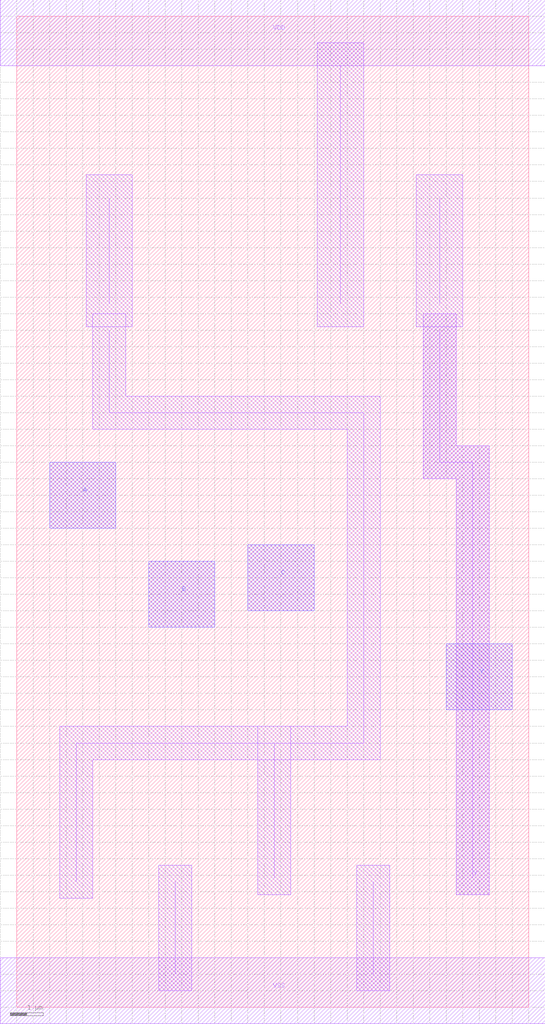
<source format=lef>
VERSION 5.5 ;
NAMESCASESENSITIVE ON ;
BUSBITCHARS "[]" ;
DIVIDERCHAR "/" ;

MACRO or31
  CLASS CORE ;
  SOURCE USER ;
  ORIGIN 0 0 ;
  SIZE 15.500 BY 30.000 ;
  SYMMETRY X Y ;
  SITE unit ;
 
  PIN A
    USE SIGNAL ;
    PORT
      LAYER ML1 ;
        POLYGON 1.000 14.500  1.000 16.500  3.000 16.500  3.000 14.500  1.000 
        14.500  ;
    END
    PORT
      LAYER ML2 ;
        POLYGON 1.000 14.500  1.000 16.500  3.000 16.500  3.000 14.500  1.000 
        14.500  ;
    END
  END A
  PIN B
    USE SIGNAL ;
    PORT
      LAYER ML2 ;
        POLYGON 4.000 11.500  4.000 13.500  6.000 13.500  6.000 11.500  4.000 
        11.500  ;
    END
    PORT
      LAYER ML1 ;
        POLYGON 4.000 11.500  4.000 13.500  6.000 13.500  6.000 11.500  4.000 
        11.500  ;
    END
  END B
  PIN C
    USE SIGNAL ;
    PORT
      LAYER ML1 ;
        POLYGON 7.000 12.000  7.000 14.000  9.000 14.000  9.000 12.000  7.000 
        12.000  ;
    END
    PORT
      LAYER ML2 ;
        POLYGON 7.000 12.000  7.000 14.000  9.000 14.000  9.000 12.000  7.000 
        12.000  ;
    END
  END C
  PIN VDD
    USE POWER ;
    PORT
      LAYER ML1 ;
        RECT -0.500 28.500  16.000 30.500  ;
    END
  END VDD
  PIN VSS
    USE GROUND ;
    PORT
      LAYER ML1 ;
        RECT -0.500 -0.500  16.000 1.500  ;
    END
  END VSS
  PIN Y
    USE SIGNAL ;
    PORT
      LAYER ML2 ;
        RECT 13.000 9.000  15.000 11.000  ;
    END
    PORT
      LAYER ML1 ;
        RECT 13.000 9.000  15.000 11.000  ;
    END
    PORT
      LAYER ML1 ;
        WIDTH 1.000  ;
        PATH 13.800 3.900 13.800 16.500 12.800 16.500 12.800 20.500  ;
    END
  END Y
  OBS

    LAYER ML1 ;

      WIDTH 1.400  ;
      PATH 2.800 21.300 2.800 24.500  ;
      WIDTH 1.000  ;
      PATH 4.800 1.000 4.800 3.800  ;

      WIDTH 1.000  ;
      PATH 2.800 20.500 2.800 18.000 10.500 18.000 10.500 8.000 1.800 8.000 
      1.800 3.800  ;

      WIDTH 1.000  ;
      PATH 7.800 3.900 7.800 8.000  ;

      WIDTH 1.400  ;
      PATH 9.800 21.300 9.800 28.500  ;
      WIDTH 1.000  ;
      PATH 10.800 1.000 10.800 3.800  ;
      WIDTH 1.400  ;
      PATH 12.800 21.300 12.800 24.500  ;
      WIDTH 1.000  ;
      PATH 13.800 3.900 13.800 16.500 12.800 16.500 12.800 20.500  ;

    VIA 1.800 3.800  dcont ;
    VIA 2.800 24.500  dcont ;
    VIA 2.800 20.500  dcont ;
    VIA 2.800 22.500  dcont ;
    VIA 4.800 3.800  dcont ;
    VIA 7.800 3.800  dcont ;
    VIA 9.800 24.500  dcont ;
    VIA 9.800 22.500  dcont ;
    VIA 9.800 20.500  dcont ;
    VIA 10.800 3.800  dcont ;
    VIA 12.800 24.500  dcont ;
    VIA 12.800 22.500  dcont ;
    VIA 12.800 20.500  dcont ;
    VIA 13.800 3.800  dcont ;
    VIA 5.000 12.500  pcont ;
    VIA 8.200 29.500  nsubcont ;
    VIA 8.000 13.000  pcont ;
    VIA 11.300 13.000  pcont ;
    VIA 2.000 15.500  pcont ;
    VIA 6.500 0.500  psubcont ;
  END
END or31

MACRO dcont
  CLASS CORE ;
  OBS
    LAYER ML1 ;
      RECT -1.000 -1.000  1.000 1.000  ;
  END
END dcont

MACRO pcont
  CLASS CORE ;
  OBS
    LAYER ML1 ;
      RECT -1.000 -1.000  1.000 1.000  ;
  END
END pcont

MACRO nsubcont
  CLASS CORE ;
  OBS
    LAYER ML1 ;
      RECT -1.000 -1.000  1.000 1.000  ;
  END
END nsubcont

MACRO psubcont
  CLASS CORE ;
  OBS
    LAYER ML1 ;
      RECT -1.000 -1.000  1.000 1.000  ;
  END
END psubcont


END LIBRARY

</source>
